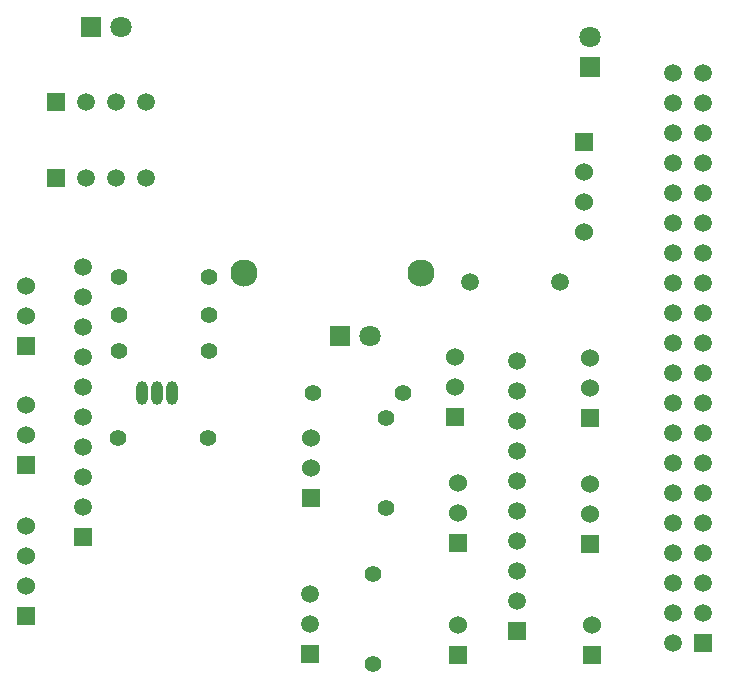
<source format=gbr>
%TF.GenerationSoftware,Altium Limited,Altium Designer,18.1.11 (251)*%
G04 Layer_Color=255*
%FSLAX45Y45*%
%MOMM*%
%TF.FileFunction,Pads,Top*%
%TF.Part,Single*%
G01*
G75*
%TA.AperFunction,ComponentPad*%
%ADD16C,1.50000*%
%ADD17C,1.52400*%
%ADD18R,1.52400X1.52400*%
%ADD19R,1.80000X1.80000*%
%ADD20C,1.80000*%
%ADD21O,1.00000X2.00000*%
%ADD22O,1.00000X2.00000*%
%ADD23R,1.80000X1.80000*%
%ADD24C,1.40000*%
%ADD25R,1.50000X1.50000*%
%ADD26C,2.30000*%
%ADD27R,1.50000X1.50000*%
D16*
X1549400Y1790700D02*
D03*
Y2044700D02*
D03*
Y2298700D02*
D03*
Y2552700D02*
D03*
Y2806700D02*
D03*
Y3060700D02*
D03*
Y3314700D02*
D03*
Y3568700D02*
D03*
Y3822700D02*
D03*
X2082800Y4572000D02*
D03*
X1828800D02*
D03*
X1574800D02*
D03*
X2082800Y5219700D02*
D03*
X1828800D02*
D03*
X1574800D02*
D03*
X4826000Y3695700D02*
D03*
X5219700Y3022498D02*
D03*
Y2768498D02*
D03*
Y2514498D02*
D03*
Y2260498D02*
D03*
Y2006498D02*
D03*
Y1752498D02*
D03*
Y1498498D02*
D03*
Y1244498D02*
D03*
Y990498D02*
D03*
X6540500Y635000D02*
D03*
X6794500Y889000D02*
D03*
Y1143000D02*
D03*
Y1397000D02*
D03*
Y1651000D02*
D03*
Y1905000D02*
D03*
Y2159000D02*
D03*
Y2413000D02*
D03*
Y2667000D02*
D03*
Y2921000D02*
D03*
Y3175000D02*
D03*
Y3429000D02*
D03*
Y3683000D02*
D03*
Y3937000D02*
D03*
Y4191000D02*
D03*
Y4445000D02*
D03*
Y4699000D02*
D03*
Y4953000D02*
D03*
Y5207000D02*
D03*
Y5461000D02*
D03*
X6540500D02*
D03*
Y5207000D02*
D03*
Y4953000D02*
D03*
Y4699000D02*
D03*
Y4445000D02*
D03*
Y4191000D02*
D03*
Y3937000D02*
D03*
Y3683000D02*
D03*
Y3429000D02*
D03*
Y3175000D02*
D03*
Y2921000D02*
D03*
Y2667000D02*
D03*
Y2413000D02*
D03*
Y2159000D02*
D03*
Y1905000D02*
D03*
Y1651000D02*
D03*
Y1397000D02*
D03*
Y1143000D02*
D03*
Y889000D02*
D03*
X5588000Y3695700D02*
D03*
X3467100Y1054100D02*
D03*
Y800100D02*
D03*
D17*
X1066800Y1117600D02*
D03*
Y1371600D02*
D03*
Y1625600D02*
D03*
Y2400300D02*
D03*
Y2654300D02*
D03*
Y3403600D02*
D03*
Y3657600D02*
D03*
X3479800Y2120800D02*
D03*
Y2374800D02*
D03*
X4724400Y1739900D02*
D03*
Y1993900D02*
D03*
Y787400D02*
D03*
X5854700D02*
D03*
X5842000Y1727200D02*
D03*
Y1981200D02*
D03*
Y2794000D02*
D03*
Y3048000D02*
D03*
X5791200Y4114800D02*
D03*
Y4368800D02*
D03*
Y4622800D02*
D03*
X4699000Y3060598D02*
D03*
Y2806598D02*
D03*
D18*
X1066800Y863600D02*
D03*
Y2146300D02*
D03*
Y3149600D02*
D03*
X3479800Y1866800D02*
D03*
X4724400Y533400D02*
D03*
Y1485900D02*
D03*
X5854700Y533400D02*
D03*
X5842000Y1473200D02*
D03*
Y2540000D02*
D03*
X4699000Y2552598D02*
D03*
X5791200Y4876800D02*
D03*
D19*
X3721100Y3238500D02*
D03*
X1612900Y5854700D02*
D03*
D20*
X3975100Y3238500D02*
D03*
X5842000Y5765800D02*
D03*
X1866900Y5854700D02*
D03*
D21*
X2299906Y2755900D02*
D03*
X2045906D02*
D03*
D22*
X2172906Y2755900D02*
D03*
D23*
X5842000Y5511800D02*
D03*
D24*
X1841500Y2374900D02*
D03*
X2603500D02*
D03*
X3492500Y2756172D02*
D03*
X4114800Y1778000D02*
D03*
X4000500Y1219200D02*
D03*
Y457200D02*
D03*
X4114800Y2540000D02*
D03*
X4254500Y2756172D02*
D03*
X2616200Y3733800D02*
D03*
Y3416300D02*
D03*
Y3111500D02*
D03*
X1854200Y3733800D02*
D03*
Y3416300D02*
D03*
Y3111500D02*
D03*
D25*
X1549400Y1536700D02*
D03*
X3467100Y546100D02*
D03*
X5219700Y736498D02*
D03*
X6794500Y635000D02*
D03*
D26*
X2907599Y3771900D02*
D03*
X4407596D02*
D03*
D27*
X1320800Y4572000D02*
D03*
Y5219700D02*
D03*
%TF.MD5,7fd0adb276c842930ac79ec5656e057e*%
M02*

</source>
